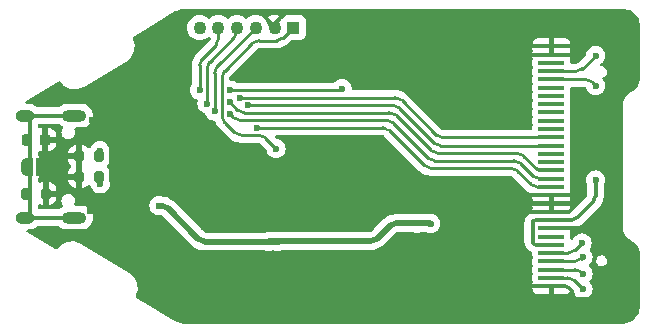
<source format=gbl>
%TF.GenerationSoftware,KiCad,Pcbnew,7.0.1-0*%
%TF.CreationDate,2023-10-13T23:04:16+03:00*%
%TF.ProjectId,trezor_v1.1,7472657a-6f72-45f7-9631-2e312e6b6963,rev?*%
%TF.SameCoordinates,Original*%
%TF.FileFunction,Copper,L2,Bot*%
%TF.FilePolarity,Positive*%
%FSLAX46Y46*%
G04 Gerber Fmt 4.6, Leading zero omitted, Abs format (unit mm)*
G04 Created by KiCad (PCBNEW 7.0.1-0) date 2023-10-13 23:04:16*
%MOMM*%
%LPD*%
G01*
G04 APERTURE LIST*
G04 Aperture macros list*
%AMRoundRect*
0 Rectangle with rounded corners*
0 $1 Rounding radius*
0 $2 $3 $4 $5 $6 $7 $8 $9 X,Y pos of 4 corners*
0 Add a 4 corners polygon primitive as box body*
4,1,4,$2,$3,$4,$5,$6,$7,$8,$9,$2,$3,0*
0 Add four circle primitives for the rounded corners*
1,1,$1+$1,$2,$3*
1,1,$1+$1,$4,$5*
1,1,$1+$1,$6,$7*
1,1,$1+$1,$8,$9*
0 Add four rect primitives between the rounded corners*
20,1,$1+$1,$2,$3,$4,$5,0*
20,1,$1+$1,$4,$5,$6,$7,0*
20,1,$1+$1,$6,$7,$8,$9,0*
20,1,$1+$1,$8,$9,$2,$3,0*%
%AMFreePoly0*
4,1,19,0.500000,-0.750000,0.000000,-0.750000,0.000000,-0.744911,-0.071157,-0.744911,-0.207708,-0.704816,-0.327430,-0.627875,-0.420627,-0.520320,-0.479746,-0.390866,-0.500000,-0.250000,-0.500000,0.250000,-0.479746,0.390866,-0.420627,0.520320,-0.327430,0.627875,-0.207708,0.704816,-0.071157,0.744911,0.000000,0.744911,0.000000,0.750000,0.500000,0.750000,0.500000,-0.750000,0.500000,-0.750000,
$1*%
%AMFreePoly1*
4,1,19,0.000000,0.744911,0.071157,0.744911,0.207708,0.704816,0.327430,0.627875,0.420627,0.520320,0.479746,0.390866,0.500000,0.250000,0.500000,-0.250000,0.479746,-0.390866,0.420627,-0.520320,0.327430,-0.627875,0.207708,-0.704816,0.071157,-0.744911,0.000000,-0.744911,0.000000,-0.750000,-0.500000,-0.750000,-0.500000,0.750000,0.000000,0.750000,0.000000,0.744911,0.000000,0.744911,
$1*%
G04 Aperture macros list end*
%TA.AperFunction,SMDPad,CuDef*%
%ADD10R,2.200000X0.350000*%
%TD*%
%TA.AperFunction,ComponentPad*%
%ADD11R,1.106400X1.106400*%
%TD*%
%TA.AperFunction,ComponentPad*%
%ADD12C,1.106400*%
%TD*%
%TA.AperFunction,ComponentPad*%
%ADD13O,2.100000X1.000000*%
%TD*%
%TA.AperFunction,ComponentPad*%
%ADD14O,1.600000X1.000000*%
%TD*%
%TA.AperFunction,SMDPad,CuDef*%
%ADD15RoundRect,0.225000X0.225000X0.250000X-0.225000X0.250000X-0.225000X-0.250000X0.225000X-0.250000X0*%
%TD*%
%TA.AperFunction,SMDPad,CuDef*%
%ADD16RoundRect,0.200000X0.200000X0.275000X-0.200000X0.275000X-0.200000X-0.275000X0.200000X-0.275000X0*%
%TD*%
%TA.AperFunction,SMDPad,CuDef*%
%ADD17RoundRect,0.200000X-0.200000X-0.275000X0.200000X-0.275000X0.200000X0.275000X-0.200000X0.275000X0*%
%TD*%
%TA.AperFunction,SMDPad,CuDef*%
%ADD18FreePoly0,180.000000*%
%TD*%
%TA.AperFunction,SMDPad,CuDef*%
%ADD19FreePoly1,180.000000*%
%TD*%
%TA.AperFunction,ViaPad*%
%ADD20C,0.600000*%
%TD*%
%TA.AperFunction,Conductor*%
%ADD21C,0.350000*%
%TD*%
%TA.AperFunction,Conductor*%
%ADD22C,0.250000*%
%TD*%
%TA.AperFunction,Conductor*%
%ADD23C,0.500000*%
%TD*%
%TA.AperFunction,Conductor*%
%ADD24C,0.203200*%
%TD*%
G04 APERTURE END LIST*
D10*
X165944400Y-115153600D03*
X165944400Y-114453600D03*
X165944400Y-113753600D03*
X165944400Y-113053600D03*
X165944400Y-112353600D03*
X165944400Y-111653600D03*
X165944400Y-110953600D03*
X165944400Y-110253600D03*
X165944400Y-109553600D03*
X165944400Y-108853600D03*
X165944400Y-108153600D03*
X165944400Y-107453600D03*
X165944400Y-106753600D03*
X165944400Y-106053600D03*
X165944400Y-105353600D03*
X165944400Y-104653600D03*
X165944400Y-103953600D03*
X165944400Y-103253600D03*
X165944400Y-102553600D03*
X165944400Y-101853600D03*
X165944400Y-101153600D03*
X165944400Y-100453600D03*
X165944400Y-99753600D03*
X165944400Y-99053600D03*
X165944400Y-98353600D03*
X165944400Y-97653600D03*
X165944400Y-96953600D03*
X165944400Y-96253600D03*
X165944400Y-95553600D03*
X165944400Y-94853600D03*
D11*
X144081500Y-93268800D03*
D12*
X142494000Y-93268800D03*
X140906500Y-93268800D03*
X139319000Y-93268800D03*
X137731500Y-93268800D03*
X136144000Y-93268800D03*
D13*
X125558000Y-100709000D03*
D14*
X121378000Y-100709000D03*
D13*
X125558000Y-109349000D03*
D14*
X121378000Y-109349000D03*
D15*
X123076000Y-102743000D03*
X121526000Y-102743000D03*
D16*
X123126000Y-107315000D03*
X121476000Y-107315000D03*
D17*
X125950000Y-105875000D03*
X127600000Y-105875000D03*
X125950000Y-104175000D03*
X127600000Y-104175000D03*
D18*
X122824000Y-105029000D03*
D19*
X121524000Y-105029000D03*
D20*
X170840400Y-107455000D03*
X135763000Y-106299000D03*
X172466000Y-92964000D03*
X127000000Y-101092000D03*
X168148000Y-92964000D03*
X144907000Y-114300000D03*
X134493000Y-117600000D03*
X168148000Y-107569000D03*
X153797000Y-111400000D03*
X155194000Y-95504000D03*
X163576000Y-108400000D03*
X144907000Y-117600000D03*
X151130000Y-95504000D03*
X153797000Y-117600000D03*
X146575000Y-106100000D03*
X122936000Y-99187000D03*
X133477000Y-113665000D03*
X167894000Y-117600000D03*
X159512000Y-97452395D03*
X122936000Y-110871000D03*
X148225000Y-108050000D03*
X163703000Y-92964000D03*
X132969000Y-97409000D03*
X172262800Y-112471200D03*
X163200000Y-114300000D03*
X158500000Y-117600000D03*
X151130000Y-92964000D03*
X158500000Y-111400000D03*
X151130000Y-98171000D03*
X130175000Y-96901000D03*
X156591000Y-100965000D03*
X146431000Y-97409000D03*
X145034000Y-110109000D03*
X155194000Y-92964000D03*
X172262800Y-97536000D03*
X131318000Y-114681000D03*
X146431000Y-92964000D03*
X158500000Y-114300000D03*
X163703000Y-100965000D03*
X139319000Y-110109000D03*
X158500000Y-106172000D03*
X134620000Y-111379000D03*
X163703000Y-98171000D03*
X123444000Y-105029000D03*
X131699000Y-111252000D03*
X163703000Y-95504000D03*
X137922000Y-113030000D03*
X149860000Y-114300000D03*
X130290000Y-104664000D03*
X147193000Y-112522000D03*
X131318000Y-94615000D03*
X143002000Y-96012000D03*
X150241000Y-105410000D03*
X129032000Y-112649000D03*
X126900029Y-108820981D03*
X168783000Y-104902000D03*
X138557000Y-103505000D03*
X126619000Y-110744000D03*
X158500000Y-108400000D03*
X168275000Y-100965000D03*
X141478000Y-117600000D03*
X134112000Y-92964000D03*
X162306000Y-106172000D03*
X138557000Y-106299000D03*
X172364400Y-116941600D03*
X135890000Y-94996000D03*
X153797000Y-114300000D03*
X139700000Y-115189000D03*
X149860000Y-117600000D03*
X155194000Y-98171000D03*
X145669000Y-108077000D03*
X134239000Y-99314000D03*
X148336000Y-103886000D03*
X134239000Y-103505000D03*
X159512000Y-92964000D03*
X170840399Y-101540734D03*
X163200000Y-111400000D03*
X149860000Y-110109000D03*
X152654000Y-104013000D03*
X163200000Y-117600000D03*
X137922000Y-117600000D03*
X126619000Y-99314000D03*
X143002000Y-115189000D03*
X153797000Y-108400000D03*
X140716000Y-103505000D03*
X140716000Y-106299000D03*
X136525000Y-110109000D03*
X132715000Y-108331000D03*
X141999000Y-111379000D03*
X154533600Y-109829600D03*
X169672000Y-106172000D03*
X142748000Y-111379000D03*
X155702000Y-109855000D03*
X168605200Y-112674400D03*
X168529000Y-111506000D03*
X169672000Y-95631000D03*
X168605200Y-115417600D03*
X168605200Y-114096800D03*
X127708952Y-103702100D03*
X127753329Y-106497056D03*
X137414000Y-100330000D03*
X136779000Y-99695000D03*
X136144000Y-98552000D03*
X169672000Y-98171000D03*
X148209000Y-98425000D03*
X138761548Y-98556094D03*
X141028100Y-101727000D03*
X140208000Y-99822000D03*
X139542337Y-99187000D03*
X138684000Y-99568000D03*
X138684000Y-100584000D03*
X142621000Y-103505000D03*
D21*
X169214800Y-92964000D02*
X168148000Y-92964000D01*
X170561000Y-104902000D02*
X170840400Y-105181400D01*
X165944400Y-115153600D02*
X167053037Y-115153600D01*
X167406591Y-115300047D02*
X167645954Y-115539410D01*
X163716023Y-108853600D02*
X163707118Y-108862505D01*
X167792400Y-115892963D02*
X167792400Y-116230400D01*
X167751697Y-107452526D02*
X167750623Y-107453600D01*
X171348400Y-114600893D02*
X171348400Y-112576707D01*
X142971665Y-92486335D02*
X143383000Y-92075000D01*
X171246800Y-99161600D02*
X171246800Y-96418400D01*
X142494000Y-93268800D02*
X142494000Y-92955299D01*
X170840400Y-96012000D02*
X170840400Y-94589600D01*
X167745946Y-108047654D02*
X167640000Y-108153600D01*
X170840399Y-101540734D02*
X170840399Y-99568001D01*
X165944400Y-108853600D02*
X167432628Y-108853600D01*
X170072447Y-116083953D02*
X171201954Y-114954446D01*
X168783000Y-104902000D02*
X170561000Y-104902000D01*
D22*
X167852139Y-95553600D02*
X167855037Y-95550702D01*
D21*
X167745946Y-105939054D02*
X167745946Y-108047654D01*
X152998000Y-107453600D02*
X165944400Y-107453600D01*
X165944400Y-108853600D02*
X165944400Y-107453600D01*
X169570400Y-109321600D02*
X170840400Y-109321600D01*
X142962964Y-92486335D02*
X142971665Y-92486335D01*
X163032600Y-115153600D02*
X165944400Y-115153600D01*
X167432628Y-108853600D02*
X167745946Y-108540282D01*
X168783000Y-104902000D02*
X167745946Y-105939054D01*
X165944400Y-95553600D02*
X167852139Y-95553600D01*
X165944400Y-95553600D02*
X163636711Y-95553600D01*
X167745946Y-108540282D02*
X167745946Y-108047654D01*
X170840400Y-109321600D02*
X170840400Y-106070400D01*
X167792400Y-116230400D02*
X169718893Y-116230400D01*
X170840399Y-101540734D02*
X170840400Y-101540735D01*
X170840400Y-94589600D02*
X169214800Y-92964000D01*
X167640000Y-108153600D02*
X165944400Y-108153600D01*
X167750623Y-107453600D02*
X165944400Y-107453600D01*
X168638400Y-110253600D02*
X169570400Y-109321600D01*
X170840400Y-105181400D02*
X170840400Y-106070400D01*
X165944400Y-108853600D02*
X163716023Y-108853600D01*
X170840400Y-111654493D02*
X170840400Y-109321600D01*
X170840400Y-101540735D02*
X170840400Y-106070400D01*
X152983600Y-107468000D02*
X152998000Y-107453600D01*
X171201953Y-112223153D02*
X170986846Y-112008046D01*
X171246800Y-96418400D02*
X170840400Y-96012000D01*
X170840399Y-99568001D02*
X171246800Y-99161600D01*
X163636711Y-95553600D02*
X163632653Y-95557658D01*
X163710143Y-108153600D02*
X163707118Y-108150575D01*
X142494000Y-92955299D02*
X142962964Y-92486335D01*
X165944400Y-108153600D02*
X163710143Y-108153600D01*
X165944400Y-110253600D02*
X168638400Y-110253600D01*
X167406572Y-115300066D02*
G75*
G03*
X167053037Y-115153600I-353572J-353534D01*
G01*
X169718893Y-116230395D02*
G75*
G03*
X170072447Y-116083953I7J499995D01*
G01*
X170840405Y-111654493D02*
G75*
G03*
X170986846Y-112008046I499995J-7D01*
G01*
X171348395Y-112576707D02*
G75*
G03*
X171201953Y-112223153I-499995J7D01*
G01*
X167792426Y-115892963D02*
G75*
G03*
X167645954Y-115539410I-500026J-37D01*
G01*
X171201957Y-114954449D02*
G75*
G03*
X171348400Y-114600893I-353557J353549D01*
G01*
D23*
X151146470Y-111133930D02*
X152231130Y-110049270D01*
D21*
X165944400Y-109553600D02*
X164615953Y-109553600D01*
X165944400Y-111653600D02*
X164639953Y-111653600D01*
X141999000Y-111379000D02*
X141859000Y-111379000D01*
D23*
X155676600Y-109829600D02*
X155702000Y-109855000D01*
X154533600Y-109829600D02*
X155676600Y-109829600D01*
X152761460Y-109829600D02*
X153670000Y-109829600D01*
X153670000Y-109829600D02*
X154533600Y-109829600D01*
D21*
X167630740Y-109553600D02*
X165944400Y-109553600D01*
X164463176Y-111580376D02*
X164411223Y-111528423D01*
D23*
X142024400Y-111353600D02*
X150616140Y-111353600D01*
D24*
X142024400Y-111353600D02*
X142900400Y-111353600D01*
D23*
X133442670Y-108550670D02*
X136051330Y-111159330D01*
D24*
X141999000Y-111379000D02*
X142024400Y-111353600D01*
D23*
X132715000Y-108331000D02*
X132912340Y-108331000D01*
D21*
X164338000Y-109831553D02*
X164338000Y-111351647D01*
X169672000Y-106172000D02*
X169672000Y-107512340D01*
X169452330Y-108042670D02*
X168161070Y-109333930D01*
D23*
X142748000Y-111379000D02*
X141999000Y-111379000D01*
X136581660Y-111379000D02*
X141999000Y-111379000D01*
D21*
X164439176Y-109626824D02*
X164411223Y-109654777D01*
D23*
X150616140Y-111353628D02*
G75*
G03*
X151146470Y-111133930I-40J750028D01*
G01*
D21*
X169452310Y-108042650D02*
G75*
G03*
X169672000Y-107512340I-530310J530350D01*
G01*
D23*
X152761460Y-109829572D02*
G75*
G03*
X152231130Y-110049270I40J-750028D01*
G01*
D21*
X164337968Y-111351647D02*
G75*
G03*
X164411224Y-111528422I250032J47D01*
G01*
X164615953Y-109553568D02*
G75*
G03*
X164439177Y-109626825I47J-250032D01*
G01*
X164411246Y-109654800D02*
G75*
G03*
X164338000Y-109831553I176754J-176800D01*
G01*
D23*
X133442650Y-108550690D02*
G75*
G03*
X132912340Y-108331000I-530350J-530310D01*
G01*
D21*
X167630740Y-109553628D02*
G75*
G03*
X168161070Y-109333930I-40J750028D01*
G01*
D23*
X136051350Y-111159310D02*
G75*
G03*
X136581660Y-111379000I530350J530310D01*
G01*
D21*
X164463199Y-111580353D02*
G75*
G03*
X164639953Y-111653600I176801J176753D01*
G01*
D22*
X165944400Y-113053600D02*
X167792400Y-113053600D01*
X167915340Y-113053600D02*
X167792400Y-113053600D01*
X168605200Y-112674400D02*
X168445670Y-112833930D01*
X167915340Y-113053628D02*
G75*
G03*
X168445670Y-112833930I-40J750028D01*
G01*
X167370740Y-112353600D02*
X165944400Y-112353600D01*
X168529000Y-111506000D02*
X167901070Y-112133930D01*
X167370740Y-112353628D02*
G75*
G03*
X167901070Y-112133930I-40J750028D01*
G01*
X169672000Y-95631000D02*
X168569070Y-96733930D01*
X168038740Y-96953600D02*
X165944400Y-96953600D01*
X168038740Y-96953628D02*
G75*
G03*
X168569070Y-96733930I-40J750028D01*
G01*
X165944400Y-114453600D02*
X167330540Y-114453600D01*
X167860870Y-114673270D02*
X168605200Y-115417600D01*
X167860850Y-114673290D02*
G75*
G03*
X167330540Y-114453600I-530350J-530310D01*
G01*
X165944400Y-113753600D02*
X167951340Y-113753600D01*
X168481670Y-113973270D02*
X168605200Y-114096800D01*
X168481650Y-113973290D02*
G75*
G03*
X167951340Y-113753600I-530350J-530310D01*
G01*
D21*
X125558000Y-109349000D02*
X121378000Y-109349000D01*
X121793000Y-101124000D02*
X121793000Y-108934000D01*
X121378000Y-100709000D02*
X121793000Y-101124000D01*
X125558000Y-100709000D02*
X121378000Y-100709000D01*
X121793000Y-108934000D02*
X121378000Y-109349000D01*
D22*
X127708952Y-104066048D02*
X127600000Y-104175000D01*
X127708952Y-103702100D02*
X127708952Y-104066048D01*
X127753329Y-106497056D02*
X127753329Y-106028329D01*
X127753329Y-106028329D02*
X127600000Y-105875000D01*
X137633670Y-96554330D02*
X140906500Y-93281500D01*
X140906500Y-93281500D02*
X140906500Y-93268800D01*
X137414000Y-100330000D02*
X137414000Y-97084660D01*
X137633690Y-96554350D02*
G75*
G03*
X137414000Y-97084660I530310J-530350D01*
G01*
X139319000Y-93542340D02*
X139319000Y-93268800D01*
X136779000Y-99695000D02*
X136779000Y-96703660D01*
X136998670Y-96173330D02*
X139099330Y-94072670D01*
X136998690Y-96173350D02*
G75*
G03*
X136779000Y-96703660I530310J-530350D01*
G01*
X139099310Y-94072650D02*
G75*
G03*
X139319000Y-93542340I-530310J530350D01*
G01*
X136363670Y-95919330D02*
X137511830Y-94771170D01*
X136144000Y-98552000D02*
X136144000Y-96449660D01*
X137731500Y-94240840D02*
X137731500Y-93268800D01*
X137511810Y-94771150D02*
G75*
G03*
X137731500Y-94240840I-530310J530350D01*
G01*
X136363690Y-95919350D02*
G75*
G03*
X136144000Y-96449660I530310J-530350D01*
G01*
X165944400Y-97653600D02*
X168843940Y-97653600D01*
X169374270Y-97873270D02*
X169672000Y-98171000D01*
X169374250Y-97873290D02*
G75*
G03*
X168843940Y-97653600I-530350J-530310D01*
G01*
X148082000Y-98552000D02*
X138765642Y-98552000D01*
X138765642Y-98552000D02*
X138761548Y-98556094D01*
X148209000Y-98425000D02*
X148082000Y-98552000D01*
X164722260Y-106753600D02*
X165944400Y-106753600D01*
X152175170Y-101946670D02*
X155164830Y-104936330D01*
X141028100Y-101727000D02*
X151644840Y-101727000D01*
X155695160Y-105156000D02*
X162503340Y-105156000D01*
X163033670Y-105375670D02*
X164191930Y-106533930D01*
X155164850Y-104936310D02*
G75*
G03*
X155695160Y-105156000I530350J530310D01*
G01*
X163033650Y-105375690D02*
G75*
G03*
X162503340Y-105156000I-530350J-530310D01*
G01*
X164191950Y-106533910D02*
G75*
G03*
X164722260Y-106753600I530350J530310D01*
G01*
X152175150Y-101946690D02*
G75*
G03*
X151644840Y-101727000I-530350J-530310D01*
G01*
X153240026Y-100281026D02*
X156007575Y-103048575D01*
X156502549Y-103253600D02*
X165944400Y-103253600D01*
X153000670Y-100041670D02*
X153240026Y-100281026D01*
X140208000Y-99822000D02*
X152470340Y-99822000D01*
X156007600Y-103048550D02*
G75*
G03*
X156502549Y-103253600I495000J494950D01*
G01*
X153000650Y-100041690D02*
G75*
G03*
X152470340Y-99822000I-530350J-530310D01*
G01*
X139542337Y-99187000D02*
X152720490Y-99187000D01*
X153250820Y-99406670D02*
X156192725Y-102348575D01*
X156687699Y-102553600D02*
X165944400Y-102553600D01*
X156192725Y-102348575D02*
G75*
G03*
X156687699Y-102553600I494975J494975D01*
G01*
X153250825Y-99406665D02*
G75*
G03*
X152720490Y-99187000I-530325J-530335D01*
G01*
X163541670Y-104105670D02*
X164687088Y-105251088D01*
X152746670Y-100676670D02*
X155736330Y-103666330D01*
X138684000Y-99568000D02*
X139353330Y-100237330D01*
X156266660Y-103886000D02*
X163011340Y-103886000D01*
X164934575Y-105353600D02*
X165944400Y-105353600D01*
X139883660Y-100457000D02*
X152216340Y-100457000D01*
X164687101Y-105251075D02*
G75*
G03*
X164934575Y-105353600I247499J247475D01*
G01*
X139353350Y-100237310D02*
G75*
G03*
X139883660Y-100457000I530350J530310D01*
G01*
X155736350Y-103666310D02*
G75*
G03*
X156266660Y-103886000I530350J530310D01*
G01*
X152746650Y-100676690D02*
G75*
G03*
X152216340Y-100457000I-530350J-530310D01*
G01*
X163541650Y-104105690D02*
G75*
G03*
X163011340Y-103886000I-530350J-530310D01*
G01*
X138684000Y-100584000D02*
X138972330Y-100872330D01*
X152492670Y-101311670D02*
X152746670Y-101565670D01*
X139502660Y-101092000D02*
X151962340Y-101092000D01*
X163287670Y-104740670D02*
X164380930Y-105833930D01*
X156012660Y-104521000D02*
X162757340Y-104521000D01*
X152746670Y-101565670D02*
X155482330Y-104301330D01*
X164911260Y-106053600D02*
X165944400Y-106053600D01*
X164380950Y-105833910D02*
G75*
G03*
X164911260Y-106053600I530350J530310D01*
G01*
X138972350Y-100872310D02*
G75*
G03*
X139502660Y-101092000I530350J530310D01*
G01*
X163287650Y-104740690D02*
G75*
G03*
X162757340Y-104521000I-530350J-530310D01*
G01*
X155482350Y-104301310D02*
G75*
G03*
X156012660Y-104521000I530350J530310D01*
G01*
X152492650Y-101311690D02*
G75*
G03*
X151962340Y-101092000I-530350J-530310D01*
G01*
X138268670Y-101311670D02*
X139099330Y-102142330D01*
X142678640Y-94361000D02*
X141153660Y-94361000D01*
X141697670Y-102581670D02*
X142621000Y-103505000D01*
X144081500Y-93268800D02*
X143208970Y-94141330D01*
X139629660Y-102362000D02*
X141167340Y-102362000D01*
X140623330Y-94580670D02*
X138268670Y-96935330D01*
X138049000Y-97465660D02*
X138049000Y-100781340D01*
X138048972Y-100781340D02*
G75*
G03*
X138268670Y-101311670I750028J40D01*
G01*
X139099350Y-102142310D02*
G75*
G03*
X139629660Y-102362000I530350J530310D01*
G01*
X141153660Y-94360972D02*
G75*
G03*
X140623330Y-94580670I40J-750028D01*
G01*
X142678640Y-94361028D02*
G75*
G03*
X143208970Y-94141330I-40J750028D01*
G01*
X141697650Y-102581690D02*
G75*
G03*
X141167340Y-102362000I-530350J-530310D01*
G01*
X138268690Y-96935350D02*
G75*
G03*
X138049000Y-97465660I530310J-530350D01*
G01*
%TA.AperFunction,Conductor*%
G36*
X171993386Y-91683832D02*
G01*
X172512327Y-91778184D01*
X172558450Y-91796506D01*
X173017450Y-92094855D01*
X173055313Y-92133215D01*
X173330725Y-92569286D01*
X173347317Y-92609803D01*
X173465924Y-93155390D01*
X173468800Y-93182156D01*
X173468800Y-97692187D01*
X173462869Y-97730391D01*
X173304073Y-98229461D01*
X173288353Y-98261877D01*
X173264103Y-98288520D01*
X172870337Y-98612797D01*
X172858374Y-98621522D01*
X172517772Y-98840481D01*
X172507726Y-98845997D01*
X172500547Y-98854945D01*
X172206270Y-99173745D01*
X172200628Y-99179365D01*
X172197578Y-99186686D01*
X172024386Y-99557811D01*
X172021080Y-99564268D01*
X172020495Y-99571508D01*
X171972535Y-99979162D01*
X171970200Y-99988147D01*
X171970200Y-99991631D01*
X171969337Y-100006355D01*
X171968920Y-100009893D01*
X171970200Y-100019115D01*
X171970200Y-109988085D01*
X171968920Y-109997306D01*
X171969337Y-110000845D01*
X171970200Y-110015569D01*
X171970200Y-110019078D01*
X171972539Y-110028067D01*
X172020495Y-110435690D01*
X172021080Y-110442933D01*
X172024393Y-110449402D01*
X172197574Y-110820505D01*
X172200628Y-110827836D01*
X172206288Y-110833473D01*
X172500534Y-111152239D01*
X172507729Y-111161209D01*
X172517804Y-111166738D01*
X172858373Y-111385675D01*
X172870337Y-111394401D01*
X173264103Y-111718678D01*
X173288353Y-111745321D01*
X173304073Y-111777737D01*
X173462869Y-112276809D01*
X173468800Y-112315013D01*
X173468800Y-116825044D01*
X173465924Y-116851810D01*
X173347317Y-117397395D01*
X173330725Y-117437912D01*
X173054395Y-117875436D01*
X173019013Y-117912142D01*
X172585104Y-118209028D01*
X172535543Y-118229176D01*
X171992971Y-118323537D01*
X171971382Y-118325400D01*
X134882665Y-118325400D01*
X134867036Y-118324427D01*
X134487022Y-118276924D01*
X134455856Y-118268885D01*
X134102076Y-118127373D01*
X134083690Y-118118216D01*
X133751851Y-117917627D01*
X131975662Y-116843960D01*
X130789261Y-116126807D01*
X130747916Y-116086268D01*
X130729068Y-116031519D01*
X130736695Y-115974126D01*
X130887966Y-115577038D01*
X130889106Y-115575198D01*
X130896730Y-115554255D01*
X130896732Y-115554255D01*
X130898307Y-115549926D01*
X130898877Y-115548397D01*
X130899470Y-115546844D01*
X130899469Y-115546838D01*
X130899506Y-115546744D01*
X130899433Y-115545062D01*
X130899363Y-115543148D01*
X130898609Y-115516742D01*
X130898109Y-115514621D01*
X130875315Y-114990397D01*
X130875507Y-114989161D01*
X130874264Y-114965179D01*
X130874265Y-114965178D01*
X130873994Y-114959964D01*
X130873970Y-114959460D01*
X130873873Y-114957202D01*
X130873871Y-114957198D01*
X130873869Y-114957143D01*
X130872999Y-114955315D01*
X130872557Y-114954377D01*
X130860725Y-114928992D01*
X130859982Y-114927981D01*
X130619373Y-114422701D01*
X130618254Y-114420285D01*
X130617699Y-114419053D01*
X130616731Y-114418180D01*
X130614758Y-114416362D01*
X130192945Y-114019361D01*
X130183732Y-114009029D01*
X130171269Y-114003006D01*
X126104586Y-111578152D01*
X126093964Y-111570249D01*
X126089581Y-111568168D01*
X126076729Y-111564929D01*
X125532374Y-111366981D01*
X125528851Y-111365698D01*
X125528850Y-111365698D01*
X125528845Y-111365696D01*
X125526348Y-111365805D01*
X125526348Y-111365806D01*
X124972232Y-111389899D01*
X124971013Y-111389714D01*
X124942469Y-111391188D01*
X124941479Y-111391236D01*
X124939346Y-111391329D01*
X124937415Y-111392248D01*
X124936542Y-111392658D01*
X124911330Y-111404413D01*
X124910337Y-111405141D01*
X124430211Y-111633773D01*
X124428674Y-111634174D01*
X124404009Y-111646243D01*
X124402817Y-111646819D01*
X124401087Y-111647643D01*
X124399780Y-111649123D01*
X124398942Y-111650062D01*
X124380418Y-111670618D01*
X124379623Y-111671968D01*
X124094952Y-111994594D01*
X124047802Y-112028003D01*
X123990696Y-112036850D01*
X123935647Y-112019274D01*
X121556096Y-110591544D01*
X121510965Y-110545026D01*
X121494928Y-110482228D01*
X121512229Y-110419767D01*
X121558289Y-110374169D01*
X121620922Y-110357500D01*
X121727550Y-110357500D01*
X121875701Y-110342908D01*
X121875700Y-110342908D01*
X122065804Y-110285241D01*
X122241004Y-110191595D01*
X122394568Y-110065568D01*
X122394568Y-110065567D01*
X122400011Y-110061101D01*
X122437497Y-110039865D01*
X122479945Y-110032500D01*
X124206055Y-110032500D01*
X124248503Y-110039865D01*
X124285989Y-110061101D01*
X124444995Y-110191595D01*
X124530130Y-110237100D01*
X124620196Y-110285241D01*
X124669272Y-110300128D01*
X124810298Y-110342908D01*
X124958450Y-110357500D01*
X124958453Y-110357500D01*
X126157547Y-110357500D01*
X126157550Y-110357500D01*
X126305701Y-110342908D01*
X126305700Y-110342908D01*
X126495804Y-110285241D01*
X126671004Y-110191595D01*
X126671005Y-110191593D01*
X126671007Y-110191593D01*
X126824568Y-110065568D01*
X126950593Y-109912007D01*
X126950595Y-109912004D01*
X127044241Y-109736804D01*
X127101908Y-109546701D01*
X127121380Y-109349000D01*
X127107270Y-109205741D01*
X127101908Y-109151298D01*
X127050858Y-108983011D01*
X127044241Y-108961196D01*
X126969813Y-108821951D01*
X126950593Y-108785992D01*
X126824568Y-108632431D01*
X126671007Y-108506406D01*
X126495802Y-108412758D01*
X126305701Y-108355091D01*
X126157550Y-108340500D01*
X126157547Y-108340500D01*
X125664898Y-108340500D01*
X125626972Y-108331000D01*
X131901384Y-108331000D01*
X131921783Y-108512049D01*
X131981956Y-108684014D01*
X132078889Y-108838282D01*
X132207717Y-108967110D01*
X132361985Y-109064043D01*
X132455879Y-109096898D01*
X132533953Y-109124217D01*
X132715000Y-109144616D01*
X132878434Y-109126201D01*
X132934153Y-109132480D01*
X132981633Y-109162314D01*
X135551370Y-111732052D01*
X135551712Y-111732356D01*
X135584898Y-111765545D01*
X135741772Y-111885928D01*
X135741776Y-111885930D01*
X135741777Y-111885931D01*
X135913010Y-111984803D01*
X135913012Y-111984804D01*
X135913016Y-111984806D01*
X136095701Y-112060487D01*
X136286701Y-112111675D01*
X136316093Y-112115546D01*
X136482784Y-112137500D01*
X136581620Y-112137500D01*
X136661341Y-112137504D01*
X136661343Y-112137503D01*
X136674432Y-112137504D01*
X136674481Y-112137500D01*
X141697330Y-112137500D01*
X141738944Y-112144570D01*
X141817953Y-112172217D01*
X141999000Y-112192616D01*
X142180047Y-112172217D01*
X142259055Y-112144570D01*
X142300670Y-112137500D01*
X142446330Y-112137500D01*
X142487944Y-112144570D01*
X142566953Y-112172217D01*
X142748000Y-112192616D01*
X142929047Y-112172217D01*
X143080644Y-112119170D01*
X143122259Y-112112100D01*
X150523319Y-112112100D01*
X150523367Y-112112104D01*
X150536455Y-112112103D01*
X150536459Y-112112104D01*
X150563959Y-112112102D01*
X150564101Y-112112130D01*
X150616180Y-112112128D01*
X150715041Y-112112123D01*
X150715054Y-112112123D01*
X150825694Y-112097551D01*
X150911104Y-112086302D01*
X151102108Y-112035113D01*
X151284797Y-111959431D01*
X151456044Y-111860552D01*
X151458047Y-111859015D01*
X151612918Y-111740168D01*
X151682831Y-111670250D01*
X151688334Y-111664747D01*
X152052227Y-111300853D01*
X163654459Y-111300853D01*
X163654481Y-111425242D01*
X163677474Y-111570249D01*
X163677492Y-111570358D01*
X163715428Y-111687049D01*
X163722920Y-111710092D01*
X163789643Y-111840994D01*
X163803855Y-111860550D01*
X163876024Y-111959852D01*
X163924267Y-112008082D01*
X163976672Y-112060487D01*
X164014451Y-112098266D01*
X164014756Y-112098536D01*
X164031761Y-112115546D01*
X164031764Y-112115548D01*
X164031765Y-112115549D01*
X164150618Y-112201927D01*
X164258824Y-112257082D01*
X164267120Y-112261311D01*
X164317338Y-112307743D01*
X164335900Y-112373569D01*
X164335900Y-112577238D01*
X164342411Y-112637802D01*
X164350530Y-112659571D01*
X164358473Y-112703600D01*
X164350530Y-112747629D01*
X164342411Y-112769397D01*
X164335900Y-112829962D01*
X164335900Y-113277238D01*
X164342411Y-113337802D01*
X164350530Y-113359571D01*
X164358473Y-113403600D01*
X164350530Y-113447629D01*
X164342411Y-113469397D01*
X164335900Y-113529962D01*
X164335900Y-113977238D01*
X164342411Y-114037802D01*
X164350530Y-114059571D01*
X164358473Y-114103600D01*
X164350530Y-114147629D01*
X164342411Y-114169397D01*
X164335900Y-114229962D01*
X164335900Y-114677238D01*
X164342411Y-114737800D01*
X164350797Y-114760285D01*
X164358740Y-114804314D01*
X164350797Y-114848343D01*
X164342905Y-114869502D01*
X164336400Y-114930011D01*
X164336400Y-114978600D01*
X164421488Y-114978600D01*
X164461279Y-114985048D01*
X164496993Y-115003729D01*
X164598196Y-115079489D01*
X164611749Y-115084544D01*
X164667496Y-115125658D01*
X164693087Y-115190026D01*
X164680788Y-115258194D01*
X164634316Y-115309560D01*
X164567716Y-115328600D01*
X164336400Y-115328600D01*
X164336400Y-115377189D01*
X164342905Y-115437693D01*
X164393954Y-115574562D01*
X164481495Y-115691504D01*
X164598437Y-115779045D01*
X164735306Y-115830094D01*
X164795811Y-115836600D01*
X165769400Y-115836600D01*
X165769400Y-115313690D01*
X165762258Y-115302036D01*
X165757642Y-115243389D01*
X165780155Y-115189039D01*
X165824888Y-115150833D01*
X165882091Y-115137100D01*
X165993400Y-115137100D01*
X166056400Y-115153981D01*
X166102519Y-115200100D01*
X166119400Y-115263100D01*
X166119400Y-115836600D01*
X167092989Y-115836600D01*
X167153493Y-115830094D01*
X167290362Y-115779045D01*
X167407304Y-115691504D01*
X167494846Y-115574562D01*
X167527226Y-115487745D01*
X167562769Y-115436552D01*
X167618498Y-115408656D01*
X167680780Y-115410880D01*
X167734377Y-115442681D01*
X167770855Y-115479159D01*
X167795281Y-115513583D01*
X167806967Y-115554143D01*
X167811982Y-115598645D01*
X167872156Y-115770614D01*
X167969089Y-115924882D01*
X168097917Y-116053710D01*
X168143739Y-116082502D01*
X168252185Y-116150643D01*
X168424153Y-116210817D01*
X168605200Y-116231216D01*
X168786247Y-116210817D01*
X168958215Y-116150643D01*
X169112481Y-116053711D01*
X169241311Y-115924881D01*
X169338243Y-115770615D01*
X169398417Y-115598647D01*
X169418816Y-115417600D01*
X169398417Y-115236553D01*
X169338243Y-115064585D01*
X169241310Y-114910317D01*
X169177288Y-114846295D01*
X169144676Y-114789811D01*
X169144676Y-114724589D01*
X169177288Y-114668105D01*
X169241310Y-114604082D01*
X169241311Y-114604081D01*
X169338243Y-114449815D01*
X169398417Y-114277847D01*
X169418816Y-114096800D01*
X169398417Y-113915753D01*
X169338243Y-113743785D01*
X169241311Y-113589519D01*
X169241310Y-113589517D01*
X169126488Y-113474695D01*
X169093876Y-113418211D01*
X169093876Y-113352989D01*
X169126488Y-113296505D01*
X169241310Y-113181682D01*
X169248622Y-113170045D01*
X169338243Y-113027415D01*
X169358490Y-112969552D01*
X169740085Y-112969552D01*
X169750234Y-113104980D01*
X169799846Y-113231392D01*
X169862942Y-113310511D01*
X169884521Y-113337570D01*
X169996727Y-113414072D01*
X170010146Y-113418211D01*
X170126497Y-113454100D01*
X170126498Y-113454100D01*
X170228160Y-113454100D01*
X170228162Y-113454100D01*
X170328687Y-113438948D01*
X170451042Y-113380025D01*
X170550594Y-113287655D01*
X170618496Y-113170045D01*
X170648715Y-113037646D01*
X170638566Y-112902222D01*
X170638565Y-112902219D01*
X170588953Y-112775807D01*
X170504278Y-112669629D01*
X170442007Y-112627173D01*
X170392073Y-112593128D01*
X170392072Y-112593127D01*
X170392071Y-112593127D01*
X170262303Y-112553100D01*
X170262302Y-112553100D01*
X170160638Y-112553100D01*
X170120428Y-112559160D01*
X170060110Y-112568252D01*
X169937760Y-112627173D01*
X169937757Y-112627175D01*
X169937758Y-112627175D01*
X169838206Y-112719545D01*
X169838204Y-112719547D01*
X169838205Y-112719547D01*
X169770303Y-112837154D01*
X169740085Y-112969552D01*
X169358490Y-112969552D01*
X169398417Y-112855447D01*
X169418816Y-112674400D01*
X169398417Y-112493353D01*
X169338243Y-112321385D01*
X169300496Y-112261311D01*
X169241310Y-112167117D01*
X169206204Y-112132012D01*
X169176369Y-112084532D01*
X169170090Y-112028809D01*
X169188610Y-111975882D01*
X169262043Y-111859015D01*
X169322217Y-111687047D01*
X169342616Y-111506000D01*
X169322217Y-111324953D01*
X169262043Y-111152985D01*
X169165111Y-110998719D01*
X169165110Y-110998717D01*
X169036282Y-110869889D01*
X168882014Y-110772956D01*
X168710049Y-110712783D01*
X168529000Y-110692384D01*
X168347950Y-110712783D01*
X168175985Y-110772956D01*
X168021717Y-110869889D01*
X167892889Y-110998717D01*
X167788404Y-111165006D01*
X167786398Y-111163745D01*
X167757458Y-111204532D01*
X167693006Y-111231228D01*
X167624230Y-111219542D01*
X167572212Y-111173056D01*
X167552900Y-111106020D01*
X167552900Y-110729962D01*
X167548860Y-110692384D01*
X167546389Y-110669399D01*
X167538002Y-110646915D01*
X167530058Y-110602881D01*
X167538004Y-110558846D01*
X167545895Y-110537691D01*
X167552400Y-110477190D01*
X167552400Y-110363126D01*
X167569280Y-110300128D01*
X167615396Y-110254009D01*
X167678393Y-110237126D01*
X167724734Y-110237123D01*
X167817885Y-110224854D01*
X167911037Y-110212586D01*
X168092545Y-110163942D01*
X168266151Y-110092023D01*
X168428884Y-109998059D01*
X168577961Y-109883659D01*
X168644396Y-109817219D01*
X168644395Y-109817219D01*
X169964872Y-108496743D01*
X169964875Y-108496738D01*
X169970198Y-108491416D01*
X169970480Y-108491097D01*
X170002038Y-108459543D01*
X170018803Y-108437697D01*
X170116436Y-108310469D01*
X170127378Y-108291518D01*
X170210398Y-108147738D01*
X170282315Y-107974136D01*
X170330959Y-107792632D01*
X170353486Y-107621585D01*
X170355495Y-107606334D01*
X170355496Y-107569000D01*
X170355496Y-107564123D01*
X170355500Y-107564090D01*
X170355500Y-107508549D01*
X170355503Y-107449354D01*
X170355504Y-107435364D01*
X170355503Y-107435361D01*
X170355504Y-107421559D01*
X170355500Y-107421513D01*
X170355500Y-106640161D01*
X170374813Y-106573125D01*
X170405043Y-106525015D01*
X170465217Y-106353047D01*
X170485616Y-106172000D01*
X170465217Y-105990953D01*
X170405043Y-105818985D01*
X170332541Y-105703599D01*
X170308110Y-105664717D01*
X170179282Y-105535889D01*
X170025014Y-105438956D01*
X169853049Y-105378783D01*
X169672000Y-105358384D01*
X169490950Y-105378783D01*
X169318985Y-105438956D01*
X169164717Y-105535889D01*
X169035889Y-105664717D01*
X168938956Y-105818985D01*
X168878783Y-105990950D01*
X168858384Y-106171999D01*
X168878783Y-106353049D01*
X168938956Y-106525014D01*
X168969187Y-106573125D01*
X168988500Y-106640161D01*
X168988500Y-107487693D01*
X168978908Y-107535913D01*
X168951592Y-107576791D01*
X168906794Y-107621585D01*
X168906773Y-107621610D01*
X167767495Y-108760889D01*
X167717336Y-108791627D01*
X167658689Y-108796243D01*
X167604339Y-108773730D01*
X167566133Y-108728997D01*
X167552400Y-108671794D01*
X167552400Y-108630010D01*
X167545895Y-108569507D01*
X167537736Y-108547634D01*
X167529791Y-108503598D01*
X167537737Y-108459562D01*
X167545895Y-108437691D01*
X167552400Y-108377190D01*
X167552400Y-108328600D01*
X166119400Y-108328600D01*
X166119400Y-108744100D01*
X166102519Y-108807100D01*
X166056400Y-108853219D01*
X165993400Y-108870100D01*
X165985744Y-108870100D01*
X165882091Y-108870100D01*
X165824888Y-108856367D01*
X165780155Y-108818161D01*
X165757642Y-108763811D01*
X165762258Y-108705164D01*
X165769400Y-108693510D01*
X165769400Y-108328600D01*
X164336400Y-108328600D01*
X164336400Y-108377189D01*
X164342905Y-108437697D01*
X164351063Y-108459569D01*
X164359007Y-108503598D01*
X164351064Y-108547627D01*
X164342905Y-108569502D01*
X164336400Y-108630011D01*
X164336400Y-108678601D01*
X164367831Y-108710032D01*
X164400004Y-108764920D01*
X164401257Y-108828531D01*
X164371272Y-108884644D01*
X164317692Y-108918953D01*
X164299013Y-108925026D01*
X164257509Y-108938519D01*
X164126600Y-109005247D01*
X164007744Y-109091626D01*
X163962296Y-109137088D01*
X163893643Y-109205741D01*
X163893353Y-109206067D01*
X163876048Y-109223368D01*
X163789670Y-109342221D01*
X163722948Y-109473122D01*
X163677522Y-109612850D01*
X163654513Y-109757961D01*
X163654508Y-109782955D01*
X163654500Y-109783101D01*
X163654500Y-109831425D01*
X163654482Y-109922481D01*
X163654500Y-109922641D01*
X163654500Y-111260559D01*
X163654482Y-111260718D01*
X163654489Y-111300696D01*
X163654459Y-111300853D01*
X152052227Y-111300853D01*
X152699587Y-110653492D01*
X152699609Y-110653476D01*
X152728076Y-110625008D01*
X152768955Y-110597692D01*
X152817175Y-110588100D01*
X153581344Y-110588100D01*
X153714180Y-110588100D01*
X154231930Y-110588100D01*
X154273544Y-110595170D01*
X154352553Y-110622817D01*
X154533600Y-110643216D01*
X154714647Y-110622817D01*
X154793655Y-110595170D01*
X154835270Y-110588100D01*
X155327741Y-110588100D01*
X155369355Y-110595170D01*
X155520953Y-110648217D01*
X155702000Y-110668616D01*
X155883047Y-110648217D01*
X156055015Y-110588043D01*
X156209281Y-110491111D01*
X156338111Y-110362281D01*
X156435043Y-110208015D01*
X156495217Y-110036047D01*
X156515616Y-109855000D01*
X156495217Y-109673953D01*
X156435043Y-109501985D01*
X156338111Y-109347719D01*
X156338110Y-109347717D01*
X156209282Y-109218889D01*
X156055014Y-109121956D01*
X155883049Y-109061783D01*
X155702000Y-109041384D01*
X155520951Y-109061783D01*
X155514531Y-109064030D01*
X155472918Y-109071100D01*
X154835270Y-109071100D01*
X154793655Y-109064029D01*
X154714649Y-109036383D01*
X154593949Y-109022783D01*
X154533600Y-109015984D01*
X154533599Y-109015984D01*
X154352550Y-109036383D01*
X154273545Y-109064029D01*
X154231930Y-109071100D01*
X153758656Y-109071100D01*
X152854281Y-109071100D01*
X152854232Y-109071095D01*
X152813640Y-109071097D01*
X152813499Y-109071069D01*
X152662545Y-109071076D01*
X152466496Y-109096897D01*
X152275493Y-109148086D01*
X152092802Y-109223769D01*
X151921552Y-109322649D01*
X151764682Y-109443031D01*
X151700869Y-109506849D01*
X151700868Y-109506850D01*
X151700868Y-109506851D01*
X150922477Y-110285241D01*
X150673485Y-110534233D01*
X150673450Y-110534263D01*
X150649524Y-110558192D01*
X150608646Y-110585508D01*
X150560425Y-110595100D01*
X142977082Y-110595100D01*
X142935469Y-110588030D01*
X142929048Y-110585783D01*
X142838523Y-110575583D01*
X142748000Y-110565384D01*
X142747999Y-110565384D01*
X142566951Y-110585783D01*
X142560531Y-110588030D01*
X142518918Y-110595100D01*
X142228082Y-110595100D01*
X142186469Y-110588030D01*
X142180048Y-110585783D01*
X142089523Y-110575583D01*
X141999000Y-110565384D01*
X141998999Y-110565384D01*
X141817950Y-110585783D01*
X141738945Y-110613429D01*
X141697330Y-110620500D01*
X136637374Y-110620500D01*
X136589154Y-110610908D01*
X136548277Y-110583593D01*
X136531321Y-110566636D01*
X136531318Y-110566634D01*
X136522508Y-110557823D01*
X136522486Y-110557805D01*
X133942664Y-107977982D01*
X133942319Y-107977675D01*
X133931977Y-107967333D01*
X133909102Y-107944455D01*
X133752228Y-107824072D01*
X133752224Y-107824070D01*
X133752222Y-107824068D01*
X133580989Y-107725196D01*
X133398294Y-107649511D01*
X133207297Y-107598324D01*
X133003067Y-107571427D01*
X133003225Y-107570223D01*
X132975073Y-107565435D01*
X132896047Y-107537783D01*
X132715000Y-107517384D01*
X132714999Y-107517384D01*
X132533950Y-107537783D01*
X132361985Y-107597956D01*
X132207717Y-107694889D01*
X132078889Y-107823717D01*
X131981956Y-107977985D01*
X131921783Y-108149950D01*
X131901384Y-108331000D01*
X125626972Y-108331000D01*
X125605502Y-108325622D01*
X125560133Y-108284502D01*
X125539505Y-108226850D01*
X125548489Y-108166282D01*
X125588687Y-108069235D01*
X125608466Y-107919000D01*
X125588687Y-107768764D01*
X125530698Y-107628767D01*
X125438451Y-107508549D01*
X125343075Y-107435364D01*
X125318232Y-107416301D01*
X125178235Y-107358312D01*
X125065720Y-107343500D01*
X124990280Y-107343500D01*
X124877764Y-107358312D01*
X124737767Y-107416301D01*
X124617549Y-107508549D01*
X124525301Y-107628767D01*
X124467312Y-107768764D01*
X124447534Y-107919000D01*
X124467312Y-108069235D01*
X124525302Y-108209234D01*
X124573243Y-108271712D01*
X124596219Y-108320809D01*
X124596441Y-108375016D01*
X124573868Y-108424299D01*
X124532677Y-108459538D01*
X124444996Y-108506404D01*
X124285989Y-108636899D01*
X124248503Y-108658135D01*
X124206055Y-108665500D01*
X122602500Y-108665500D01*
X122539500Y-108648619D01*
X122493381Y-108602500D01*
X122476500Y-108539500D01*
X122476500Y-108362747D01*
X122490061Y-108305884D01*
X122527825Y-108261260D01*
X122581662Y-108238482D01*
X122639986Y-108242452D01*
X122797444Y-108291518D01*
X122868774Y-108298000D01*
X122872000Y-108298000D01*
X122872000Y-107569000D01*
X123380000Y-107569000D01*
X123380000Y-108297999D01*
X123383225Y-108297999D01*
X123454556Y-108291518D01*
X123618706Y-108240366D01*
X123765846Y-108151417D01*
X123887417Y-108029846D01*
X123976366Y-107882706D01*
X124027518Y-107718555D01*
X124034000Y-107647226D01*
X124034000Y-107569000D01*
X123380000Y-107569000D01*
X122872000Y-107569000D01*
X122872000Y-106332001D01*
X122868775Y-106332001D01*
X122797443Y-106338481D01*
X122639986Y-106387548D01*
X122581662Y-106391518D01*
X122527825Y-106368740D01*
X122496733Y-106332000D01*
X123380000Y-106332000D01*
X123380000Y-107061000D01*
X124033999Y-107061000D01*
X124033999Y-106982775D01*
X124027518Y-106911443D01*
X123976366Y-106747293D01*
X123887417Y-106600153D01*
X123765846Y-106478582D01*
X123618706Y-106389633D01*
X123454555Y-106338481D01*
X123383226Y-106332000D01*
X123380000Y-106332000D01*
X122496733Y-106332000D01*
X122490061Y-106324116D01*
X122476500Y-106267253D01*
X122476500Y-106129000D01*
X125042001Y-106129000D01*
X125042001Y-106207225D01*
X125048481Y-106278556D01*
X125099633Y-106442706D01*
X125188582Y-106589846D01*
X125310153Y-106711417D01*
X125457293Y-106800366D01*
X125621444Y-106851518D01*
X125692774Y-106858000D01*
X125696000Y-106858000D01*
X125696000Y-106857999D01*
X126204000Y-106857999D01*
X126207225Y-106857999D01*
X126278556Y-106851518D01*
X126442706Y-106800366D01*
X126589843Y-106711419D01*
X126685550Y-106615712D01*
X126742035Y-106583100D01*
X126807257Y-106583100D01*
X126863739Y-106615710D01*
X126926132Y-106678103D01*
X126958067Y-106710038D01*
X126987900Y-106757517D01*
X127020286Y-106850071D01*
X127117218Y-107004338D01*
X127246046Y-107133166D01*
X127282983Y-107156375D01*
X127400314Y-107230099D01*
X127572282Y-107290273D01*
X127753329Y-107310672D01*
X127934376Y-107290273D01*
X128106344Y-107230099D01*
X128260610Y-107133167D01*
X128389440Y-107004337D01*
X128486372Y-106850071D01*
X128546546Y-106678103D01*
X128566945Y-106497056D01*
X128546546Y-106316009D01*
X128515568Y-106227482D01*
X128508499Y-106185878D01*
X128508499Y-105542736D01*
X128502013Y-105471351D01*
X128450827Y-105307087D01*
X128361816Y-105159845D01*
X128361815Y-105159844D01*
X128361814Y-105159842D01*
X128316067Y-105114095D01*
X128283455Y-105057611D01*
X128283455Y-104992389D01*
X128316067Y-104935905D01*
X128361814Y-104890157D01*
X128361813Y-104890157D01*
X128361816Y-104890155D01*
X128450827Y-104742913D01*
X128502013Y-104578649D01*
X128508500Y-104507265D01*
X128508499Y-103842736D01*
X128508499Y-103842735D01*
X128508499Y-103837018D01*
X128508972Y-103837018D01*
X128509141Y-103821261D01*
X128514754Y-103771444D01*
X128522568Y-103702100D01*
X128502169Y-103521053D01*
X128477670Y-103451040D01*
X128441995Y-103349085D01*
X128345062Y-103194817D01*
X128216234Y-103065989D01*
X128061966Y-102969056D01*
X127890001Y-102908883D01*
X127708952Y-102888484D01*
X127527902Y-102908883D01*
X127355937Y-102969056D01*
X127201669Y-103065989D01*
X127072840Y-103194818D01*
X127012701Y-103290527D01*
X126971205Y-103331315D01*
X126959844Y-103338183D01*
X126863741Y-103434287D01*
X126807257Y-103466899D01*
X126742035Y-103466899D01*
X126685551Y-103434287D01*
X126589846Y-103338582D01*
X126442706Y-103249633D01*
X126278555Y-103198481D01*
X126207226Y-103192000D01*
X126204000Y-103192000D01*
X126204000Y-106857999D01*
X125696000Y-106857999D01*
X125696000Y-106129000D01*
X125042001Y-106129000D01*
X122476500Y-106129000D01*
X122476500Y-106042585D01*
X122486091Y-105994367D01*
X122520224Y-105911962D01*
X122524695Y-105878006D01*
X122537729Y-105779000D01*
X122537729Y-105621000D01*
X125042000Y-105621000D01*
X125696000Y-105621000D01*
X125696000Y-104429000D01*
X125042001Y-104429000D01*
X125042001Y-104507225D01*
X125048481Y-104578556D01*
X125099633Y-104742706D01*
X125188582Y-104889846D01*
X125234641Y-104935905D01*
X125267253Y-104992389D01*
X125267253Y-105057611D01*
X125234641Y-105114095D01*
X125188582Y-105160153D01*
X125099633Y-105307293D01*
X125048481Y-105471444D01*
X125042000Y-105542774D01*
X125042000Y-105621000D01*
X122537729Y-105621000D01*
X122537729Y-105355397D01*
X122538050Y-105346408D01*
X122542871Y-105279000D01*
X122538050Y-105211592D01*
X122537729Y-105202603D01*
X122537729Y-104855397D01*
X122538050Y-104846408D01*
X122542871Y-104779000D01*
X122538050Y-104711592D01*
X122537729Y-104702603D01*
X122537729Y-104278999D01*
X122520224Y-104146037D01*
X122486091Y-104063633D01*
X122476500Y-104015415D01*
X122476500Y-103921000D01*
X125042000Y-103921000D01*
X125696000Y-103921000D01*
X125696000Y-103192001D01*
X125692775Y-103192001D01*
X125621443Y-103198481D01*
X125457293Y-103249633D01*
X125310153Y-103338582D01*
X125188582Y-103460153D01*
X125099633Y-103607293D01*
X125048481Y-103771444D01*
X125042000Y-103842774D01*
X125042000Y-103921000D01*
X122476500Y-103921000D01*
X122476500Y-103815588D01*
X122490317Y-103758222D01*
X122528736Y-103713437D01*
X122583333Y-103691054D01*
X122642133Y-103695984D01*
X122701761Y-103715743D01*
X122802161Y-103726000D01*
X122822000Y-103726000D01*
X122822000Y-102997000D01*
X123330000Y-102997000D01*
X123330000Y-103726000D01*
X123349839Y-103726000D01*
X123450239Y-103715743D01*
X123612885Y-103661847D01*
X123758731Y-103571888D01*
X123879888Y-103450731D01*
X123969847Y-103304885D01*
X124023743Y-103142239D01*
X124034000Y-103041839D01*
X124034000Y-102997000D01*
X123330000Y-102997000D01*
X122822000Y-102997000D01*
X122822000Y-101760000D01*
X123330000Y-101760000D01*
X123330000Y-102489000D01*
X124034000Y-102489000D01*
X124034000Y-102444161D01*
X124023743Y-102343760D01*
X123969847Y-102181114D01*
X123879888Y-102035268D01*
X123758731Y-101914111D01*
X123612885Y-101824152D01*
X123450239Y-101770256D01*
X123349839Y-101760000D01*
X123330000Y-101760000D01*
X122822000Y-101760000D01*
X122802161Y-101760000D01*
X122701761Y-101770256D01*
X122642133Y-101790016D01*
X122583333Y-101794946D01*
X122528736Y-101772563D01*
X122490317Y-101727778D01*
X122476500Y-101670412D01*
X122476500Y-101518500D01*
X122493381Y-101455500D01*
X122539500Y-101409381D01*
X122602500Y-101392500D01*
X124206055Y-101392500D01*
X124248503Y-101399865D01*
X124285989Y-101421101D01*
X124444997Y-101551596D01*
X124532676Y-101598461D01*
X124573867Y-101633699D01*
X124596441Y-101682982D01*
X124596220Y-101737189D01*
X124573244Y-101786286D01*
X124525302Y-101848765D01*
X124467312Y-101988764D01*
X124447534Y-102138999D01*
X124467312Y-102289235D01*
X124525301Y-102429232D01*
X124525302Y-102429233D01*
X124617549Y-102549451D01*
X124737767Y-102641698D01*
X124877764Y-102699687D01*
X124990280Y-102714500D01*
X125065720Y-102714500D01*
X125178236Y-102699687D01*
X125318233Y-102641698D01*
X125438451Y-102549451D01*
X125530698Y-102429233D01*
X125588687Y-102289236D01*
X125608466Y-102139000D01*
X125588687Y-101988764D01*
X125548489Y-101891718D01*
X125539505Y-101831150D01*
X125560133Y-101773498D01*
X125605502Y-101732378D01*
X125664898Y-101717500D01*
X126157550Y-101717500D01*
X126305701Y-101702908D01*
X126371388Y-101682982D01*
X126495804Y-101645241D01*
X126671004Y-101551595D01*
X126671005Y-101551593D01*
X126671007Y-101551593D01*
X126824568Y-101425568D01*
X126950593Y-101272007D01*
X126950960Y-101271321D01*
X127044241Y-101096804D01*
X127101908Y-100906701D01*
X127121380Y-100709000D01*
X127101908Y-100511299D01*
X127100547Y-100506814D01*
X127073074Y-100416247D01*
X127044241Y-100321196D01*
X126951471Y-100147634D01*
X126950593Y-100145992D01*
X126824568Y-99992431D01*
X126671007Y-99866406D01*
X126495802Y-99772758D01*
X126305701Y-99715091D01*
X126157550Y-99700500D01*
X126157547Y-99700500D01*
X124958453Y-99700500D01*
X124958450Y-99700500D01*
X124810298Y-99715091D01*
X124620197Y-99772758D01*
X124444995Y-99866404D01*
X124285989Y-99996899D01*
X124248503Y-100018135D01*
X124206055Y-100025500D01*
X122479945Y-100025500D01*
X122437497Y-100018135D01*
X122400011Y-99996899D01*
X122241004Y-99866404D01*
X122065802Y-99772758D01*
X121875701Y-99715091D01*
X121727550Y-99700500D01*
X121727547Y-99700500D01*
X121536255Y-99700500D01*
X121473622Y-99683831D01*
X121427562Y-99638233D01*
X121410261Y-99575772D01*
X121426298Y-99512974D01*
X121471426Y-99466457D01*
X124189651Y-97835522D01*
X124244696Y-97817948D01*
X124301802Y-97826795D01*
X124348952Y-97860204D01*
X124383349Y-97899187D01*
X124586974Y-98129962D01*
X124633637Y-98182846D01*
X124634444Y-98184214D01*
X124652876Y-98204663D01*
X124653749Y-98205641D01*
X124655085Y-98207155D01*
X124655152Y-98207186D01*
X124655153Y-98207188D01*
X124656809Y-98207976D01*
X124657976Y-98208539D01*
X124662309Y-98210660D01*
X124682991Y-98220783D01*
X124684544Y-98221184D01*
X125164181Y-98449582D01*
X125165192Y-98450325D01*
X125190577Y-98462157D01*
X125191515Y-98462599D01*
X125193343Y-98463469D01*
X125193398Y-98463471D01*
X125193402Y-98463473D01*
X125195660Y-98463570D01*
X125196164Y-98463594D01*
X125201378Y-98463865D01*
X125201379Y-98463863D01*
X125225362Y-98465107D01*
X125226598Y-98464915D01*
X125775179Y-98488768D01*
X125782213Y-98489504D01*
X125787587Y-98487779D01*
X125791760Y-98486615D01*
X125797070Y-98483928D01*
X126330659Y-98289895D01*
X126343502Y-98286667D01*
X126348009Y-98284529D01*
X126358629Y-98276627D01*
X129915299Y-96157760D01*
X129927187Y-96152259D01*
X129931731Y-96148945D01*
X129940601Y-96139308D01*
X130341041Y-95785978D01*
X130346425Y-95782666D01*
X130358105Y-95771265D01*
X130358106Y-95771266D01*
X130359510Y-95769895D01*
X130363772Y-95765940D01*
X130366190Y-95760666D01*
X130367060Y-95758891D01*
X130367059Y-95758889D01*
X130374232Y-95744238D01*
X130375694Y-95738088D01*
X130591482Y-95234584D01*
X130594637Y-95227920D01*
X130595000Y-95220555D01*
X130642940Y-94669255D01*
X130644379Y-94663893D01*
X130645145Y-94646442D01*
X130645147Y-94646442D01*
X130645258Y-94643914D01*
X130645604Y-94638635D01*
X130643893Y-94633594D01*
X130637893Y-94614607D01*
X130635116Y-94609796D01*
X130480509Y-94184623D01*
X130473685Y-94127746D01*
X130492751Y-94073722D01*
X130533764Y-94033726D01*
X131799850Y-93268799D01*
X135077162Y-93268799D01*
X135097661Y-93476930D01*
X135158370Y-93677059D01*
X135158371Y-93677061D01*
X135256957Y-93861503D01*
X135264454Y-93870638D01*
X135389631Y-94023168D01*
X135464825Y-94084877D01*
X135551297Y-94155843D01*
X135735739Y-94254429D01*
X135796594Y-94272889D01*
X135935869Y-94315138D01*
X136144000Y-94335637D01*
X136352130Y-94315138D01*
X136552261Y-94254429D01*
X136736703Y-94155843D01*
X136857821Y-94056444D01*
X136909137Y-94031138D01*
X136966360Y-94031137D01*
X137017682Y-94056447D01*
X137051933Y-94084556D01*
X137085903Y-94128083D01*
X137098000Y-94181955D01*
X137098000Y-94232547D01*
X137096917Y-94249032D01*
X137096377Y-94253124D01*
X137071431Y-94313332D01*
X137068782Y-94316785D01*
X137057940Y-94329154D01*
X137056622Y-94330473D01*
X137056584Y-94330511D01*
X137001708Y-94385381D01*
X137001689Y-94385404D01*
X135882266Y-95504827D01*
X135881982Y-95505147D01*
X135851635Y-95535493D01*
X135741224Y-95679371D01*
X135650542Y-95836421D01*
X135581132Y-96003973D01*
X135534184Y-96179148D01*
X135510500Y-96358979D01*
X135510500Y-96449626D01*
X135510495Y-96542034D01*
X135510500Y-96542075D01*
X135510500Y-98004264D01*
X135491187Y-98071300D01*
X135410956Y-98198985D01*
X135350783Y-98370950D01*
X135330384Y-98552000D01*
X135350783Y-98733049D01*
X135410956Y-98905014D01*
X135507889Y-99059282D01*
X135636717Y-99188110D01*
X135636719Y-99188111D01*
X135790985Y-99285043D01*
X135916965Y-99329125D01*
X135970854Y-99365865D01*
X135999153Y-99424627D01*
X135994280Y-99489666D01*
X135985783Y-99513948D01*
X135965384Y-99695000D01*
X135985783Y-99876049D01*
X136045956Y-100048014D01*
X136142889Y-100202282D01*
X136271717Y-100331110D01*
X136425985Y-100428043D01*
X136557591Y-100474094D01*
X136605071Y-100503927D01*
X136634905Y-100551407D01*
X136680957Y-100683015D01*
X136777889Y-100837282D01*
X136906717Y-100966110D01*
X136906719Y-100966111D01*
X137060985Y-101063043D01*
X137232953Y-101123217D01*
X137379940Y-101139778D01*
X137427460Y-101155087D01*
X137465306Y-101187653D01*
X137481408Y-101220043D01*
X137482945Y-101219407D01*
X137486104Y-101227033D01*
X137486105Y-101227036D01*
X137503191Y-101268279D01*
X137555517Y-101394590D01*
X137646201Y-101551643D01*
X137735697Y-101668268D01*
X137756612Y-101695522D01*
X137820596Y-101759500D01*
X138264694Y-102203598D01*
X138684983Y-102623887D01*
X138685293Y-102624161D01*
X138702829Y-102641698D01*
X138715497Y-102654367D01*
X138859371Y-102764775D01*
X138859375Y-102764777D01*
X138859376Y-102764778D01*
X139016421Y-102855457D01*
X139016422Y-102855457D01*
X139016425Y-102855459D01*
X139183973Y-102924868D01*
X139359146Y-102971815D01*
X139482577Y-102988071D01*
X139538978Y-102995500D01*
X139629626Y-102995500D01*
X139706547Y-102995504D01*
X139706549Y-102995503D01*
X139722034Y-102995504D01*
X139722075Y-102995500D01*
X141159047Y-102995500D01*
X141175495Y-102996578D01*
X141179595Y-102997118D01*
X141239841Y-103022075D01*
X141243296Y-103024726D01*
X141255693Y-103035598D01*
X141315603Y-103095513D01*
X141315629Y-103095533D01*
X141786656Y-103566561D01*
X141811081Y-103600985D01*
X141822767Y-103641545D01*
X141827782Y-103686046D01*
X141887956Y-103858014D01*
X141984889Y-104012282D01*
X142113717Y-104141110D01*
X142171216Y-104177239D01*
X142267985Y-104238043D01*
X142439953Y-104298217D01*
X142621000Y-104318616D01*
X142802047Y-104298217D01*
X142974015Y-104238043D01*
X143128281Y-104141111D01*
X143257111Y-104012281D01*
X143354043Y-103858015D01*
X143414217Y-103686047D01*
X143434616Y-103505000D01*
X143414217Y-103323953D01*
X143354043Y-103151985D01*
X143347980Y-103142336D01*
X143257110Y-102997717D01*
X143128282Y-102868889D01*
X142974014Y-102771956D01*
X142802046Y-102711782D01*
X142757544Y-102706767D01*
X142716984Y-102695081D01*
X142682560Y-102670655D01*
X142587500Y-102575595D01*
X142556762Y-102525436D01*
X142552146Y-102466789D01*
X142574659Y-102412439D01*
X142619392Y-102374233D01*
X142676595Y-102360500D01*
X151636547Y-102360500D01*
X151652995Y-102361578D01*
X151657095Y-102362118D01*
X151717341Y-102387075D01*
X151720796Y-102389726D01*
X151733193Y-102400598D01*
X151793105Y-102460515D01*
X151793130Y-102460534D01*
X154750475Y-105417880D01*
X154750793Y-105418161D01*
X154771587Y-105438956D01*
X154780997Y-105448367D01*
X154924871Y-105558775D01*
X154924875Y-105558777D01*
X154924876Y-105558778D01*
X155081921Y-105649457D01*
X155081922Y-105649457D01*
X155081925Y-105649459D01*
X155249473Y-105718868D01*
X155424646Y-105765815D01*
X155548077Y-105782071D01*
X155604478Y-105789500D01*
X155695126Y-105789500D01*
X155772047Y-105789504D01*
X155772049Y-105789503D01*
X155787534Y-105789504D01*
X155787575Y-105789500D01*
X162495047Y-105789500D01*
X162511495Y-105790578D01*
X162515595Y-105791118D01*
X162575841Y-105816075D01*
X162579296Y-105818726D01*
X162591693Y-105829598D01*
X162651602Y-105889512D01*
X162651626Y-105889530D01*
X163509182Y-106747087D01*
X163777597Y-107015502D01*
X163777914Y-107015782D01*
X163799929Y-107037798D01*
X163808097Y-107045967D01*
X163951971Y-107156375D01*
X163951975Y-107156377D01*
X163951976Y-107156378D01*
X164109021Y-107247057D01*
X164109022Y-107247057D01*
X164109025Y-107247059D01*
X164276573Y-107316468D01*
X164451746Y-107363415D01*
X164534257Y-107374281D01*
X164560051Y-107377679D01*
X164618108Y-107400991D01*
X164657795Y-107449354D01*
X164669329Y-107510844D01*
X164649865Y-107570301D01*
X164604203Y-107613068D01*
X164543599Y-107628600D01*
X164336400Y-107628600D01*
X164336400Y-107677189D01*
X164342905Y-107737695D01*
X164351064Y-107759571D01*
X164359007Y-107803600D01*
X164351064Y-107847629D01*
X164342905Y-107869504D01*
X164336400Y-107930011D01*
X164336400Y-107978600D01*
X165769400Y-107978600D01*
X165769400Y-107613690D01*
X165762258Y-107602036D01*
X165757642Y-107543389D01*
X165780155Y-107489039D01*
X165824888Y-107450833D01*
X165882091Y-107437100D01*
X166006709Y-107437100D01*
X166063912Y-107450833D01*
X166108645Y-107489039D01*
X166131158Y-107543389D01*
X166126542Y-107602036D01*
X166119400Y-107613690D01*
X166119400Y-107978600D01*
X167552400Y-107978600D01*
X167552400Y-107930010D01*
X167545894Y-107869506D01*
X167537737Y-107847636D01*
X167529791Y-107803600D01*
X167537737Y-107759564D01*
X167545894Y-107737693D01*
X167552400Y-107677190D01*
X167552400Y-107628600D01*
X167321084Y-107628600D01*
X167254484Y-107609560D01*
X167208012Y-107558194D01*
X167195713Y-107490026D01*
X167221304Y-107425658D01*
X167277051Y-107384544D01*
X167277284Y-107384457D01*
X167290604Y-107379489D01*
X167391806Y-107303729D01*
X167427521Y-107285048D01*
X167467312Y-107278600D01*
X167552400Y-107278600D01*
X167552400Y-107230011D01*
X167545894Y-107169504D01*
X167538003Y-107148347D01*
X167530058Y-107104312D01*
X167538002Y-107060286D01*
X167546389Y-107037801D01*
X167552900Y-106977238D01*
X167552900Y-106529962D01*
X167546389Y-106469399D01*
X167538270Y-106447633D01*
X167530325Y-106403600D01*
X167538271Y-106359564D01*
X167546389Y-106337801D01*
X167552900Y-106277238D01*
X167552900Y-105829962D01*
X167546389Y-105769399D01*
X167538269Y-105747629D01*
X167530325Y-105703598D01*
X167538270Y-105659567D01*
X167546389Y-105637801D01*
X167552900Y-105577238D01*
X167552900Y-105129962D01*
X167546389Y-105069399D01*
X167538270Y-105047633D01*
X167530325Y-105003600D01*
X167538271Y-104959564D01*
X167546389Y-104937801D01*
X167552900Y-104877238D01*
X167552900Y-104429962D01*
X167546389Y-104369399D01*
X167538270Y-104347633D01*
X167530325Y-104303600D01*
X167538271Y-104259564D01*
X167546389Y-104237801D01*
X167552900Y-104177238D01*
X167552900Y-103729962D01*
X167546389Y-103669399D01*
X167538269Y-103647630D01*
X167530325Y-103603598D01*
X167538269Y-103559568D01*
X167546389Y-103537801D01*
X167552900Y-103477238D01*
X167552900Y-103029962D01*
X167546389Y-102969399D01*
X167538270Y-102947633D01*
X167530325Y-102903600D01*
X167538271Y-102859564D01*
X167546389Y-102837801D01*
X167552900Y-102777238D01*
X167552900Y-102329962D01*
X167546389Y-102269399D01*
X167538269Y-102247630D01*
X167530325Y-102203598D01*
X167538269Y-102159568D01*
X167546389Y-102137801D01*
X167552900Y-102077238D01*
X167552900Y-101629962D01*
X167546389Y-101569399D01*
X167538270Y-101547633D01*
X167530325Y-101503600D01*
X167538271Y-101459564D01*
X167539787Y-101455500D01*
X167546389Y-101437801D01*
X167552900Y-101377238D01*
X167552900Y-100929962D01*
X167546389Y-100869399D01*
X167538270Y-100847633D01*
X167530325Y-100803600D01*
X167538271Y-100759564D01*
X167546389Y-100737801D01*
X167552900Y-100677238D01*
X167552900Y-100229962D01*
X167546389Y-100169399D01*
X167538269Y-100147630D01*
X167530325Y-100103598D01*
X167538269Y-100059568D01*
X167546389Y-100037801D01*
X167552900Y-99977238D01*
X167552900Y-99529962D01*
X167546389Y-99469399D01*
X167538270Y-99447633D01*
X167530325Y-99403600D01*
X167538271Y-99359564D01*
X167546389Y-99337801D01*
X167552900Y-99277238D01*
X167552900Y-98829962D01*
X167546389Y-98769399D01*
X167538270Y-98747633D01*
X167530325Y-98703600D01*
X167538271Y-98659564D01*
X167546389Y-98637801D01*
X167552900Y-98577238D01*
X167552900Y-98413100D01*
X167569781Y-98350100D01*
X167615900Y-98303981D01*
X167678900Y-98287100D01*
X168766656Y-98287100D01*
X168817042Y-98297613D01*
X168859021Y-98327398D01*
X168885584Y-98371483D01*
X168938957Y-98524015D01*
X168972400Y-98577239D01*
X169035889Y-98678282D01*
X169164717Y-98807110D01*
X169227576Y-98846607D01*
X169318985Y-98904043D01*
X169490953Y-98964217D01*
X169672000Y-98984616D01*
X169853047Y-98964217D01*
X170025015Y-98904043D01*
X170179281Y-98807111D01*
X170308111Y-98678281D01*
X170405043Y-98524015D01*
X170465217Y-98352047D01*
X170485616Y-98171000D01*
X170465217Y-97989953D01*
X170405043Y-97817985D01*
X170363538Y-97751930D01*
X170308110Y-97663717D01*
X170288657Y-97644264D01*
X170257702Y-97593432D01*
X170253532Y-97534063D01*
X170277077Y-97479403D01*
X170323083Y-97441647D01*
X170370141Y-97418984D01*
X170451042Y-97380025D01*
X170550594Y-97287655D01*
X170618496Y-97170045D01*
X170648715Y-97037646D01*
X170638566Y-96902222D01*
X170638565Y-96902219D01*
X170588953Y-96775807D01*
X170504278Y-96669629D01*
X170392193Y-96593210D01*
X170392073Y-96593128D01*
X170392072Y-96593127D01*
X170392071Y-96593127D01*
X170262303Y-96553100D01*
X170262302Y-96553100D01*
X170161488Y-96553100D01*
X170099306Y-96536687D01*
X170053323Y-96491725D01*
X170035520Y-96429927D01*
X170050533Y-96367393D01*
X170094452Y-96320413D01*
X170141235Y-96291017D01*
X170179281Y-96267111D01*
X170308111Y-96138281D01*
X170405043Y-95984015D01*
X170465217Y-95812047D01*
X170485616Y-95631000D01*
X170465217Y-95449953D01*
X170405043Y-95277985D01*
X170385968Y-95247628D01*
X170308110Y-95123717D01*
X170179282Y-94994889D01*
X170025014Y-94897956D01*
X169853049Y-94837783D01*
X169672000Y-94817384D01*
X169490950Y-94837783D01*
X169318985Y-94897956D01*
X169164717Y-94994889D01*
X169035889Y-95123717D01*
X168938956Y-95277985D01*
X168878782Y-95449953D01*
X168873767Y-95494454D01*
X168862081Y-95535014D01*
X168837655Y-95569438D01*
X168183304Y-96223789D01*
X168183281Y-96223808D01*
X168136995Y-96270100D01*
X168136982Y-96270113D01*
X168126927Y-96280166D01*
X168114553Y-96291017D01*
X168111263Y-96293542D01*
X168051020Y-96318506D01*
X168049198Y-96318746D01*
X168047124Y-96319019D01*
X168030659Y-96320100D01*
X167678900Y-96320100D01*
X167615900Y-96303219D01*
X167569781Y-96257100D01*
X167552900Y-96194100D01*
X167552900Y-96029962D01*
X167547960Y-95984014D01*
X167546389Y-95969399D01*
X167538002Y-95946912D01*
X167530058Y-95902881D01*
X167538004Y-95858846D01*
X167545895Y-95837691D01*
X167552400Y-95777190D01*
X167552400Y-95728600D01*
X167467312Y-95728600D01*
X167427521Y-95722152D01*
X167391806Y-95703470D01*
X167290604Y-95627711D01*
X167277050Y-95622655D01*
X167221304Y-95581542D01*
X167195713Y-95517174D01*
X167208012Y-95449006D01*
X167254484Y-95397640D01*
X167321084Y-95378600D01*
X167552400Y-95378600D01*
X167552400Y-95330011D01*
X167545894Y-95269504D01*
X167537736Y-95247630D01*
X167529792Y-95203597D01*
X167537737Y-95159565D01*
X167545894Y-95137693D01*
X167552400Y-95077190D01*
X167552400Y-95028600D01*
X166119400Y-95028600D01*
X166119400Y-95393510D01*
X166126542Y-95405164D01*
X166131158Y-95463811D01*
X166108645Y-95518161D01*
X166063912Y-95556367D01*
X166006709Y-95570100D01*
X165882091Y-95570100D01*
X165824888Y-95556367D01*
X165780155Y-95518161D01*
X165757642Y-95463811D01*
X165762258Y-95405164D01*
X165769400Y-95393510D01*
X165769400Y-95028600D01*
X164336400Y-95028600D01*
X164336400Y-95077189D01*
X164342905Y-95137695D01*
X164351064Y-95159571D01*
X164359007Y-95203599D01*
X164351064Y-95247628D01*
X164342905Y-95269503D01*
X164336400Y-95330011D01*
X164336400Y-95378600D01*
X164567716Y-95378600D01*
X164634316Y-95397640D01*
X164680788Y-95449006D01*
X164693087Y-95517174D01*
X164667496Y-95581542D01*
X164611749Y-95622656D01*
X164598195Y-95627711D01*
X164593802Y-95631000D01*
X164496993Y-95703470D01*
X164461279Y-95722152D01*
X164421488Y-95728600D01*
X164336400Y-95728600D01*
X164336400Y-95777189D01*
X164342905Y-95837695D01*
X164350797Y-95858855D01*
X164358740Y-95902883D01*
X164350797Y-95946912D01*
X164342411Y-95969396D01*
X164335900Y-96029962D01*
X164335900Y-96477238D01*
X164342411Y-96537802D01*
X164350530Y-96559571D01*
X164358473Y-96603600D01*
X164350530Y-96647629D01*
X164342411Y-96669397D01*
X164335900Y-96729962D01*
X164335900Y-97177239D01*
X164342411Y-97237801D01*
X164350529Y-97259565D01*
X164358474Y-97303597D01*
X164350530Y-97347630D01*
X164342411Y-97369397D01*
X164335900Y-97429962D01*
X164335900Y-97877238D01*
X164342411Y-97937802D01*
X164350530Y-97959571D01*
X164358473Y-98003600D01*
X164350530Y-98047629D01*
X164342411Y-98069397D01*
X164342133Y-98071985D01*
X164335900Y-98129962D01*
X164335900Y-98577238D01*
X164342411Y-98637801D01*
X164350528Y-98659564D01*
X164350529Y-98659565D01*
X164358474Y-98703597D01*
X164350530Y-98747630D01*
X164342411Y-98769397D01*
X164335900Y-98829962D01*
X164335900Y-99277238D01*
X164342411Y-99337802D01*
X164350530Y-99359571D01*
X164358473Y-99403600D01*
X164350530Y-99447629D01*
X164342411Y-99469397D01*
X164335900Y-99529962D01*
X164335900Y-99977239D01*
X164342411Y-100037801D01*
X164350529Y-100059565D01*
X164358474Y-100103597D01*
X164350530Y-100147630D01*
X164342411Y-100169397D01*
X164335900Y-100229962D01*
X164335900Y-100677238D01*
X164342411Y-100737802D01*
X164350530Y-100759571D01*
X164358473Y-100803600D01*
X164350530Y-100847629D01*
X164342411Y-100869397D01*
X164342411Y-100869398D01*
X164342411Y-100869399D01*
X164335900Y-100929962D01*
X164335900Y-101377238D01*
X164342411Y-101437801D01*
X164350528Y-101459564D01*
X164350529Y-101459565D01*
X164358474Y-101503597D01*
X164350530Y-101547630D01*
X164342411Y-101569397D01*
X164335900Y-101629962D01*
X164335900Y-101794100D01*
X164319019Y-101857100D01*
X164272900Y-101903219D01*
X164209900Y-101920100D01*
X156712344Y-101920100D01*
X156664126Y-101910509D01*
X156623249Y-101883195D01*
X156586286Y-101846232D01*
X153767620Y-99027565D01*
X153767619Y-99027563D01*
X153753160Y-99013104D01*
X153738598Y-98998543D01*
X153738583Y-98998518D01*
X153634654Y-98894589D01*
X153490768Y-98784184D01*
X153424383Y-98745858D01*
X153333706Y-98693507D01*
X153277854Y-98670373D01*
X153166152Y-98624106D01*
X152990968Y-98577167D01*
X152811162Y-98553498D01*
X152811161Y-98553498D01*
X152720482Y-98553500D01*
X149149131Y-98553500D01*
X149082090Y-98534184D01*
X149035604Y-98482160D01*
X149028217Y-98438654D01*
X149024205Y-98439107D01*
X149014396Y-98352047D01*
X149002217Y-98243953D01*
X148994109Y-98220783D01*
X148942043Y-98071985D01*
X148845110Y-97917717D01*
X148716282Y-97788889D01*
X148562014Y-97691956D01*
X148390049Y-97631783D01*
X148209000Y-97611384D01*
X148027950Y-97631783D01*
X147855985Y-97691956D01*
X147701717Y-97788889D01*
X147609012Y-97881595D01*
X147568135Y-97908909D01*
X147519917Y-97918500D01*
X139302768Y-97918500D01*
X139235733Y-97899187D01*
X139120522Y-97826795D01*
X139114562Y-97823050D01*
X138942597Y-97762877D01*
X138875258Y-97755290D01*
X138794390Y-97746178D01*
X138737522Y-97725077D01*
X138697101Y-97679847D01*
X138682500Y-97620971D01*
X138682500Y-97473953D01*
X138683579Y-97457502D01*
X138684118Y-97453409D01*
X138709075Y-97393158D01*
X138711726Y-97389703D01*
X138722595Y-97377309D01*
X138770999Y-97328910D01*
X138771000Y-97328907D01*
X138784062Y-97315847D01*
X138784079Y-97315823D01*
X141004071Y-95095832D01*
X141004092Y-95095817D01*
X141016907Y-95083000D01*
X141016910Y-95082999D01*
X141060594Y-95039310D01*
X141065468Y-95034435D01*
X141077855Y-95023572D01*
X141081157Y-95021039D01*
X141141393Y-94996092D01*
X141145288Y-94995579D01*
X141161741Y-94994500D01*
X142586225Y-94994500D01*
X142586265Y-94994504D01*
X142601749Y-94994503D01*
X142601753Y-94994504D01*
X142626453Y-94994502D01*
X142626590Y-94994529D01*
X142678674Y-94994527D01*
X142678674Y-94994528D01*
X142769349Y-94994524D01*
X142769354Y-94994524D01*
X142829288Y-94986630D01*
X142949159Y-94970842D01*
X143124336Y-94923895D01*
X143291887Y-94854484D01*
X143448944Y-94763798D01*
X143559968Y-94678600D01*
X164336400Y-94678600D01*
X165769400Y-94678600D01*
X165769400Y-94170600D01*
X166119400Y-94170600D01*
X166119400Y-94678600D01*
X167552400Y-94678600D01*
X167552400Y-94630011D01*
X167545894Y-94569506D01*
X167494845Y-94432637D01*
X167407304Y-94315695D01*
X167290362Y-94228154D01*
X167153493Y-94177105D01*
X167092989Y-94170600D01*
X166119400Y-94170600D01*
X165769400Y-94170600D01*
X164795811Y-94170600D01*
X164735306Y-94177105D01*
X164598437Y-94228154D01*
X164481495Y-94315695D01*
X164393954Y-94432637D01*
X164342905Y-94569506D01*
X164336400Y-94630011D01*
X164336400Y-94678600D01*
X143559968Y-94678600D01*
X143592822Y-94653388D01*
X143656939Y-94589265D01*
X143878799Y-94367405D01*
X143919676Y-94340091D01*
X143967894Y-94330500D01*
X144683338Y-94330500D01*
X144743901Y-94323989D01*
X144880904Y-94272889D01*
X144997961Y-94185261D01*
X145085589Y-94068204D01*
X145136689Y-93931201D01*
X145143200Y-93870638D01*
X145143200Y-92666962D01*
X145136689Y-92606399D01*
X145085589Y-92469396D01*
X145085588Y-92469394D01*
X144997961Y-92352338D01*
X144880905Y-92264711D01*
X144812402Y-92239161D01*
X144743901Y-92213611D01*
X144683338Y-92207100D01*
X143479662Y-92207100D01*
X143419099Y-92213611D01*
X143282094Y-92264711D01*
X143173226Y-92346209D01*
X143107266Y-92370979D01*
X143038321Y-92356463D01*
X142902067Y-92283634D01*
X142702032Y-92222953D01*
X142494000Y-92202464D01*
X142285967Y-92222953D01*
X142085930Y-92283634D01*
X141943940Y-92359529D01*
X141943939Y-92359529D01*
X142764115Y-93179705D01*
X142796727Y-93236189D01*
X142796727Y-93301411D01*
X142764115Y-93357895D01*
X142583095Y-93538915D01*
X142526611Y-93571527D01*
X142461389Y-93571527D01*
X142404905Y-93538915D01*
X141986554Y-93120564D01*
X141955074Y-93068045D01*
X141952838Y-93060675D01*
X141952838Y-93060670D01*
X141892129Y-92860539D01*
X141793543Y-92676097D01*
X141712972Y-92577921D01*
X141660868Y-92514431D01*
X141562372Y-92433598D01*
X141499203Y-92381757D01*
X141314761Y-92283171D01*
X141314760Y-92283170D01*
X141314759Y-92283170D01*
X141114630Y-92222461D01*
X140906499Y-92201962D01*
X140698369Y-92222461D01*
X140498240Y-92283170D01*
X140313794Y-92381758D01*
X140192683Y-92481152D01*
X140141362Y-92506462D01*
X140084138Y-92506462D01*
X140032817Y-92481152D01*
X139911705Y-92381758D01*
X139727259Y-92283170D01*
X139527130Y-92222461D01*
X139318999Y-92201962D01*
X139110869Y-92222461D01*
X138910740Y-92283170D01*
X138726294Y-92381758D01*
X138605183Y-92481152D01*
X138553862Y-92506462D01*
X138496638Y-92506462D01*
X138445317Y-92481152D01*
X138324205Y-92381758D01*
X138139759Y-92283170D01*
X137939630Y-92222461D01*
X137731499Y-92201962D01*
X137523369Y-92222461D01*
X137323240Y-92283170D01*
X137138794Y-92381758D01*
X137017683Y-92481152D01*
X136966362Y-92506462D01*
X136909138Y-92506462D01*
X136857817Y-92481152D01*
X136736705Y-92381758D01*
X136552259Y-92283170D01*
X136352130Y-92222461D01*
X136144000Y-92201962D01*
X135935869Y-92222461D01*
X135735740Y-92283170D01*
X135551298Y-92381756D01*
X135389631Y-92514431D01*
X135256956Y-92676098D01*
X135158370Y-92860540D01*
X135097661Y-93060669D01*
X135077162Y-93268799D01*
X131799850Y-93268799D01*
X134083701Y-91888973D01*
X134102055Y-91879834D01*
X134455860Y-91738312D01*
X134487021Y-91730274D01*
X134867035Y-91682773D01*
X134882664Y-91681800D01*
X171970847Y-91681800D01*
X171993386Y-91683832D01*
G37*
%TD.AperFunction*%
M02*

</source>
